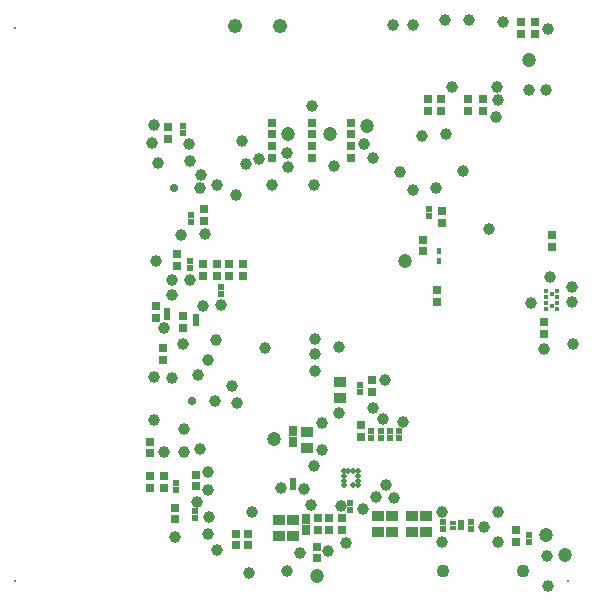
<source format=gbr>
%TF.GenerationSoftware,Altium Limited,Altium Designer,20.1.11 (218)*%
G04 Layer_Color=16711935*
%FSLAX45Y45*%
%MOMM*%
%TF.SameCoordinates,C7425212-4277-447C-8971-9BA6FDDE4791*%
%TF.FilePolarity,Negative*%
%TF.FileFunction,Soldermask,Bot*%
%TF.Part,Single*%
G01*
G75*
%TA.AperFunction,SMDPad,CuDef*%
%ADD94R,0.70320X0.80320*%
%ADD95R,0.50320X0.47320*%
%ADD96R,1.00320X0.95320*%
%ADD97C,1.20320*%
%ADD98R,0.60320X0.90320*%
%ADD99R,0.60320X0.45320*%
%TA.AperFunction,BGAPad,CuDef*%
%ADD100C,0.45320*%
%TA.AperFunction,SMDPad,CuDef*%
%ADD101R,0.75320X0.80320*%
%ADD102R,0.45320X0.56320*%
%ADD103R,0.70320X0.85320*%
%TA.AperFunction,WasherPad*%
%ADD104C,0.10040*%
%ADD105C,0.20320*%
%TA.AperFunction,ComponentPad*%
%ADD106C,1.10320*%
%ADD107C,1.22320*%
%TA.AperFunction,ViaPad*%
%ADD108C,1.00320*%
%ADD109C,0.50320*%
%ADD110C,0.50400*%
%ADD111C,0.70320*%
D94*
X2029998Y559999D02*
D03*
Y459999D02*
D03*
X4439999Y4789999D02*
D03*
Y4889999D02*
D03*
X4560002Y4789999D02*
D03*
Y4889999D02*
D03*
X4399998Y489999D02*
D03*
Y589999D02*
D03*
X4639999Y2349999D02*
D03*
Y2249999D02*
D03*
X1692502Y1059998D02*
D03*
Y959998D02*
D03*
X1449999Y4000002D02*
D03*
Y3900002D02*
D03*
X1530000Y2830000D02*
D03*
Y2930000D02*
D03*
X1410001Y2129999D02*
D03*
Y2029999D02*
D03*
X1749999Y2840000D02*
D03*
Y2740000D02*
D03*
X1869999Y2839998D02*
D03*
Y2739998D02*
D03*
X1349999Y2390001D02*
D03*
Y2490001D02*
D03*
X1760001Y3309999D02*
D03*
Y3209999D02*
D03*
X1970000Y2740000D02*
D03*
Y2840000D02*
D03*
X1300000Y1240000D02*
D03*
Y1340000D02*
D03*
X1419998Y1050002D02*
D03*
Y950002D02*
D03*
X1300000Y1049998D02*
D03*
Y949998D02*
D03*
X3729998Y2620000D02*
D03*
Y2520001D02*
D03*
X3610004Y3049999D02*
D03*
Y2949999D02*
D03*
X3770002Y3190002D02*
D03*
Y3290002D02*
D03*
X3650000Y4140000D02*
D03*
Y4240000D02*
D03*
X3759999Y4139999D02*
D03*
Y4239999D02*
D03*
X3989996Y4140000D02*
D03*
Y4240000D02*
D03*
X4120002Y4139999D02*
D03*
Y4239999D02*
D03*
D95*
X3170001Y1428502D02*
D03*
Y1371499D02*
D03*
X3410002Y1428501D02*
D03*
Y1371498D02*
D03*
X1520008Y931510D02*
D03*
Y988508D02*
D03*
X3780001Y601501D02*
D03*
Y658499D02*
D03*
X4019999Y658501D02*
D03*
Y601498D02*
D03*
X1900006Y2591507D02*
D03*
Y2648510D02*
D03*
X1579994Y4008491D02*
D03*
Y3951493D02*
D03*
X1640000Y2813003D02*
D03*
Y2870000D02*
D03*
X1439993Y2391495D02*
D03*
Y2448493D02*
D03*
X4509998Y491498D02*
D03*
Y548500D02*
D03*
X1650010Y3258510D02*
D03*
Y3201507D02*
D03*
X1690010Y2398508D02*
D03*
Y2341510D02*
D03*
X1680006Y748507D02*
D03*
Y691509D02*
D03*
X3660000Y3251501D02*
D03*
Y3308499D02*
D03*
X3329998Y1371503D02*
D03*
Y1428500D02*
D03*
X3259997Y1370003D02*
D03*
Y1427000D02*
D03*
X2509999Y1008501D02*
D03*
Y951498D02*
D03*
X2989999Y761498D02*
D03*
Y818501D02*
D03*
X3079999Y1761499D02*
D03*
Y1818502D02*
D03*
D96*
X3230001Y572501D02*
D03*
Y707502D02*
D03*
X3520001Y572501D02*
D03*
Y707502D02*
D03*
X2389998Y542498D02*
D03*
Y677499D02*
D03*
X3639998Y572502D02*
D03*
Y707503D02*
D03*
X3349999Y707499D02*
D03*
Y572498D02*
D03*
X2910001Y1712501D02*
D03*
Y1847502D02*
D03*
X2510002Y677500D02*
D03*
Y542499D02*
D03*
X2630000Y1417499D02*
D03*
Y1282498D02*
D03*
D97*
X3460000Y2870000D02*
D03*
X4510000Y4570000D02*
D03*
X2824998Y3944999D02*
D03*
X2470001Y3939998D02*
D03*
X3139998Y4010001D02*
D03*
X2710000Y200000D02*
D03*
X2350000Y1360000D02*
D03*
X4810001Y379999D02*
D03*
X4650000Y549998D02*
D03*
D98*
X3934999Y630000D02*
D03*
D99*
X3865002Y607501D02*
D03*
Y652499D02*
D03*
D100*
X4743500Y2464996D02*
D03*
Y2514999D02*
D03*
Y2564996D02*
D03*
Y2614999D02*
D03*
X4700000Y2490000D02*
D03*
Y2590000D02*
D03*
X4656500Y2464996D02*
D03*
Y2514999D02*
D03*
Y2564996D02*
D03*
Y2614999D02*
D03*
D101*
X4700000Y2990002D02*
D03*
Y3090002D02*
D03*
X2090000Y2840000D02*
D03*
Y2740000D02*
D03*
X2329999Y3839999D02*
D03*
Y3740000D02*
D03*
X2669999Y3740001D02*
D03*
Y3840001D02*
D03*
X3000002D02*
D03*
Y3740001D02*
D03*
X1579997Y2300001D02*
D03*
Y2400001D02*
D03*
X2130001Y559999D02*
D03*
Y459999D02*
D03*
X1510002Y779999D02*
D03*
Y679999D02*
D03*
X2999998Y4039999D02*
D03*
Y3939999D02*
D03*
X2669999Y4040000D02*
D03*
Y3940001D02*
D03*
X2329999Y4040000D02*
D03*
Y3940001D02*
D03*
X2720002Y690000D02*
D03*
Y590000D02*
D03*
X2820002Y589999D02*
D03*
Y689999D02*
D03*
X3089999Y1480001D02*
D03*
Y1380001D02*
D03*
X2929998Y589999D02*
D03*
Y689999D02*
D03*
X2710000Y350001D02*
D03*
Y450001D02*
D03*
X3180001Y1759999D02*
D03*
Y1859999D02*
D03*
D102*
X3750000Y2865997D02*
D03*
Y2950000D02*
D03*
D103*
X2510002Y1427499D02*
D03*
Y1332498D02*
D03*
X2619998Y687499D02*
D03*
Y592498D02*
D03*
D104*
X4840000Y4840000D02*
D03*
D105*
X160000Y160000D02*
D03*
Y4840000D02*
D03*
X4840000Y160000D02*
D03*
D106*
X3780000Y240002D02*
D03*
X4459999D02*
D03*
D107*
X2020000Y4860000D02*
D03*
X2401000D02*
D03*
D108*
X2756552Y1265862D02*
D03*
X3100000Y770000D02*
D03*
D03*
X2690000Y1130000D02*
D03*
X2140000Y230000D02*
D03*
X1790000Y560000D02*
D03*
X2160000Y740000D02*
D03*
X2460000Y240000D02*
D03*
X4169992Y3141369D02*
D03*
X2860000Y3670000D02*
D03*
X3720000Y3490000D02*
D03*
X3530000Y3470000D02*
D03*
X2690220Y3509780D02*
D03*
X2075000Y3885000D02*
D03*
X4530000Y2514969D02*
D03*
X4290000Y4890000D02*
D03*
X4670000Y4830000D02*
D03*
X1791091Y1081863D02*
D03*
X3190000Y3740400D02*
D03*
X3110394Y3860393D02*
D03*
X3950000Y3629600D02*
D03*
X3420000Y3620000D02*
D03*
X2460000Y3780000D02*
D03*
X2464600Y3665000D02*
D03*
X4880000Y2170000D02*
D03*
X4869600Y2520000D02*
D03*
Y2649998D02*
D03*
X3440400Y1505220D02*
D03*
X4130000Y620000D02*
D03*
X1900000Y2500000D02*
D03*
X2810000Y410000D02*
D03*
X2760000Y1500000D02*
D03*
X2600000Y939998D02*
D03*
X2660000Y800000D02*
D03*
X2920000Y790000D02*
D03*
X2960000Y480000D02*
D03*
X2410000Y950000D02*
D03*
X1850000Y1680000D02*
D03*
X1990400Y1810000D02*
D03*
X2040400Y1670400D02*
D03*
X1870000Y3510000D02*
D03*
X1630000Y3860000D02*
D03*
X1640000Y3719200D02*
D03*
X1790000Y930000D02*
D03*
X3600001Y3929998D02*
D03*
X3360000Y4870000D02*
D03*
X4000000Y4910000D02*
D03*
X3800439Y4909600D02*
D03*
X4510000Y4320000D02*
D03*
X4234200Y4345769D02*
D03*
X4689937Y2730000D02*
D03*
X4640000Y2120000D02*
D03*
X3189999Y1620001D02*
D03*
X3290000Y1860000D02*
D03*
X2570000Y400000D02*
D03*
X3210400Y870000D02*
D03*
X4250000Y740000D02*
D03*
X2900000Y2140000D02*
D03*
X2270000Y2130000D02*
D03*
X3770000Y490000D02*
D03*
X4670000Y120000D02*
D03*
X3300000Y970000D02*
D03*
X3370000Y860000D02*
D03*
X1640000Y2710000D02*
D03*
X1720410Y3490000D02*
D03*
X1420000Y1250000D02*
D03*
X1330000Y1520000D02*
D03*
Y1890000D02*
D03*
X1490400Y2580000D02*
D03*
X1749192Y2490369D02*
D03*
X2670000Y4180000D02*
D03*
X3860000Y4340000D02*
D03*
X4244200Y4230000D02*
D03*
X3270000Y1530000D02*
D03*
X2900000Y1580000D02*
D03*
X3770000Y740000D02*
D03*
X4660000Y370000D02*
D03*
X2700000Y2080000D02*
D03*
Y1940000D02*
D03*
Y2210000D02*
D03*
X4250000Y490000D02*
D03*
X3810000Y3940031D02*
D03*
X4230000Y4090000D02*
D03*
X4650000Y4320000D02*
D03*
X3524268Y4869600D02*
D03*
X1720000Y1280000D02*
D03*
X1559600Y3089600D02*
D03*
X1770000Y3100000D02*
D03*
X2219996Y3729993D02*
D03*
X2110001Y3690000D02*
D03*
X2030000Y3430000D02*
D03*
X1730000Y3600000D02*
D03*
X2330000Y3515000D02*
D03*
X1330000Y4020000D02*
D03*
X1699782Y830217D02*
D03*
X1589606Y1450000D02*
D03*
X1860400Y2200000D02*
D03*
X1790000Y2029600D02*
D03*
X1420399Y2300000D02*
D03*
X1349600Y2870000D02*
D03*
X1870000Y420000D02*
D03*
X1510000Y530000D02*
D03*
X1800000Y700000D02*
D03*
X1590000Y1250000D02*
D03*
X1580000Y2170000D02*
D03*
X1705000Y1905000D02*
D03*
X1370000Y3700000D02*
D03*
X1320000Y3870000D02*
D03*
X1490400Y2710000D02*
D03*
X1490000Y1880000D02*
D03*
D109*
X2940003Y1090002D02*
D03*
Y1010002D02*
D03*
X2940000Y1050000D02*
D03*
X2980000Y1090000D02*
D03*
X3060002Y1090002D02*
D03*
X3060000Y1010000D02*
D03*
X3020000Y970000D02*
D03*
X3060000D02*
D03*
Y1050000D02*
D03*
X3020000Y1090000D02*
D03*
D110*
X2940000Y970000D02*
D03*
D111*
X1660006Y1679993D02*
D03*
X1500000Y3490000D02*
D03*
%TF.MD5,5f7e95956a95afb318168803cdd899f9*%
M02*

</source>
